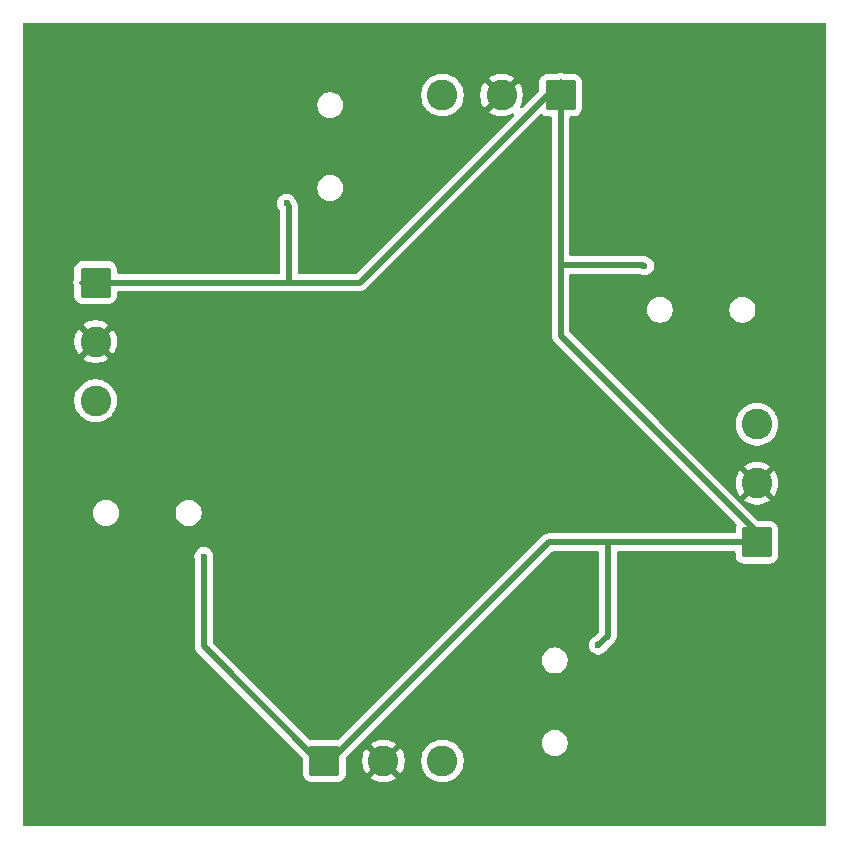
<source format=gbl>
G04 #@! TF.GenerationSoftware,KiCad,Pcbnew,9.0.3*
G04 #@! TF.CreationDate,2025-08-26T19:25:46-07:00*
G04 #@! TF.ProjectId,sdi12_breakout,73646931-325f-4627-9265-616b6f75742e,V1*
G04 #@! TF.SameCoordinates,Original*
G04 #@! TF.FileFunction,Copper,L2,Bot*
G04 #@! TF.FilePolarity,Positive*
%FSLAX45Y45*%
G04 Gerber Fmt 4.5, Leading zero omitted, Abs format (unit mm)*
G04 Created by KiCad (PCBNEW 9.0.3) date 2025-08-26 19:25:46*
%MOMM*%
%LPD*%
G01*
G04 APERTURE LIST*
G04 Aperture macros list*
%AMRoundRect*
0 Rectangle with rounded corners*
0 $1 Rounding radius*
0 $2 $3 $4 $5 $6 $7 $8 $9 X,Y pos of 4 corners*
0 Add a 4 corners polygon primitive as box body*
4,1,4,$2,$3,$4,$5,$6,$7,$8,$9,$2,$3,0*
0 Add four circle primitives for the rounded corners*
1,1,$1+$1,$2,$3*
1,1,$1+$1,$4,$5*
1,1,$1+$1,$6,$7*
1,1,$1+$1,$8,$9*
0 Add four rect primitives between the rounded corners*
20,1,$1+$1,$2,$3,$4,$5,0*
20,1,$1+$1,$4,$5,$6,$7,0*
20,1,$1+$1,$6,$7,$8,$9,0*
20,1,$1+$1,$8,$9,$2,$3,0*%
G04 Aperture macros list end*
G04 #@! TA.AperFunction,ComponentPad*
%ADD10RoundRect,0.250000X1.050000X-1.050000X1.050000X1.050000X-1.050000X1.050000X-1.050000X-1.050000X0*%
G04 #@! TD*
G04 #@! TA.AperFunction,ComponentPad*
%ADD11C,2.600000*%
G04 #@! TD*
G04 #@! TA.AperFunction,ComponentPad*
%ADD12RoundRect,0.250000X1.050000X1.050000X-1.050000X1.050000X-1.050000X-1.050000X1.050000X-1.050000X0*%
G04 #@! TD*
G04 #@! TA.AperFunction,ComponentPad*
%ADD13RoundRect,0.250000X-1.050000X-1.050000X1.050000X-1.050000X1.050000X1.050000X-1.050000X1.050000X0*%
G04 #@! TD*
G04 #@! TA.AperFunction,ComponentPad*
%ADD14RoundRect,0.250000X-1.050000X1.050000X-1.050000X-1.050000X1.050000X-1.050000X1.050000X1.050000X0*%
G04 #@! TD*
G04 #@! TA.AperFunction,ViaPad*
%ADD15C,0.600000*%
G04 #@! TD*
G04 #@! TA.AperFunction,Conductor*
%ADD16C,0.500000*%
G04 #@! TD*
G04 APERTURE END LIST*
D10*
X17091750Y-10750000D03*
D11*
X17091750Y-10250000D03*
X17091750Y-9750000D03*
D12*
X15430000Y-6963250D03*
D11*
X14930000Y-6963250D03*
X14430000Y-6963250D03*
D13*
X13430000Y-12600000D03*
D11*
X13930000Y-12600000D03*
X14430000Y-12600000D03*
D14*
X11493250Y-8550000D03*
D11*
X11493250Y-9050000D03*
X11493250Y-9550000D03*
D15*
X16140000Y-8410000D03*
X15750000Y-11620000D03*
X13110000Y-7880000D03*
X12410000Y-10870000D03*
D16*
X15330000Y-10750000D02*
X15830000Y-10750000D01*
X15830000Y-11540000D02*
X15750000Y-11620000D01*
X15830000Y-10750000D02*
X17180000Y-10750000D01*
X12410000Y-10870000D02*
X12410000Y-11630000D01*
X13730000Y-8550000D02*
X13130000Y-8550000D01*
X15430000Y-6850000D02*
X13730000Y-8550000D01*
X13430000Y-12650000D02*
X15330000Y-10750000D01*
X15430000Y-9000000D02*
X15430000Y-8400000D01*
X15430000Y-8400000D02*
X15430000Y-6850000D01*
X15430000Y-8400000D02*
X16130000Y-8400000D01*
X13130000Y-8550000D02*
X13130000Y-7900000D01*
X12410000Y-11630000D02*
X13430000Y-12650000D01*
X13130000Y-7900000D02*
X13110000Y-7880000D01*
X16130000Y-8400000D02*
X16140000Y-8410000D01*
X17180000Y-10750000D02*
X15430000Y-9000000D01*
X13130000Y-8550000D02*
X11380000Y-8550000D01*
X15830000Y-10750000D02*
X15830000Y-11540000D01*
G04 #@! TA.AperFunction,Conductor*
G36*
X17674254Y-6352018D02*
G01*
X17678829Y-6357299D01*
X17679950Y-6362450D01*
X17679950Y-13137550D01*
X17677982Y-13144254D01*
X17672701Y-13148829D01*
X17667550Y-13149950D01*
X10892450Y-13149950D01*
X10885746Y-13147981D01*
X10881171Y-13142701D01*
X10880050Y-13137550D01*
X10880050Y-10491339D01*
X11469950Y-10491339D01*
X11469950Y-10508661D01*
X11472660Y-10525770D01*
X11478013Y-10542245D01*
X11485877Y-10557679D01*
X11496059Y-10571693D01*
X11508307Y-10583941D01*
X11522321Y-10594123D01*
X11537755Y-10601987D01*
X11554230Y-10607340D01*
X11571339Y-10610050D01*
X11571339Y-10610050D01*
X11588661Y-10610050D01*
X11588661Y-10610050D01*
X11605770Y-10607340D01*
X11622244Y-10601987D01*
X11637679Y-10594123D01*
X11651693Y-10583941D01*
X11663941Y-10571693D01*
X11674123Y-10557679D01*
X11681987Y-10542245D01*
X11687340Y-10525770D01*
X11690050Y-10508661D01*
X11690050Y-10491339D01*
X12169950Y-10491339D01*
X12169950Y-10508661D01*
X12172660Y-10525770D01*
X12178013Y-10542245D01*
X12185877Y-10557679D01*
X12196059Y-10571693D01*
X12208307Y-10583941D01*
X12222321Y-10594123D01*
X12237755Y-10601987D01*
X12254230Y-10607340D01*
X12271339Y-10610050D01*
X12271339Y-10610050D01*
X12288661Y-10610050D01*
X12288661Y-10610050D01*
X12305770Y-10607340D01*
X12322244Y-10601987D01*
X12337679Y-10594123D01*
X12351693Y-10583941D01*
X12363941Y-10571693D01*
X12374123Y-10557679D01*
X12381987Y-10542245D01*
X12387340Y-10525770D01*
X12390050Y-10508661D01*
X12390050Y-10491339D01*
X12387340Y-10474230D01*
X12381987Y-10457756D01*
X12374123Y-10442321D01*
X12363941Y-10428307D01*
X12351693Y-10416059D01*
X12337679Y-10405877D01*
X12322244Y-10398013D01*
X12305770Y-10392660D01*
X12305770Y-10392660D01*
X12305770Y-10392660D01*
X12292627Y-10390578D01*
X12288661Y-10389950D01*
X12271339Y-10389950D01*
X12267373Y-10390578D01*
X12254230Y-10392660D01*
X12237755Y-10398013D01*
X12222321Y-10405877D01*
X12214326Y-10411686D01*
X12208307Y-10416059D01*
X12208307Y-10416059D01*
X12208307Y-10416059D01*
X12196059Y-10428307D01*
X12196059Y-10428307D01*
X12196059Y-10428307D01*
X12194829Y-10430000D01*
X12185877Y-10442321D01*
X12178013Y-10457755D01*
X12172660Y-10474230D01*
X12169950Y-10491339D01*
X11690050Y-10491339D01*
X11687340Y-10474230D01*
X11681987Y-10457756D01*
X11674123Y-10442321D01*
X11663941Y-10428307D01*
X11651693Y-10416059D01*
X11637679Y-10405877D01*
X11622244Y-10398013D01*
X11605770Y-10392660D01*
X11605770Y-10392660D01*
X11605770Y-10392660D01*
X11592627Y-10390578D01*
X11588661Y-10389950D01*
X11571339Y-10389950D01*
X11567373Y-10390578D01*
X11554230Y-10392660D01*
X11537755Y-10398013D01*
X11522321Y-10405877D01*
X11514326Y-10411686D01*
X11508307Y-10416059D01*
X11508307Y-10416059D01*
X11508307Y-10416059D01*
X11496059Y-10428307D01*
X11496059Y-10428307D01*
X11496059Y-10428307D01*
X11494829Y-10430000D01*
X11485877Y-10442321D01*
X11478013Y-10457755D01*
X11472660Y-10474230D01*
X11469950Y-10491339D01*
X10880050Y-10491339D01*
X10880050Y-9538199D01*
X11313200Y-9538199D01*
X11313200Y-9561801D01*
X11316281Y-9585201D01*
X11320239Y-9599973D01*
X11322389Y-9607999D01*
X11331421Y-9629805D01*
X11331422Y-9629806D01*
X11338518Y-9642096D01*
X11343223Y-9650245D01*
X11343223Y-9650245D01*
X11343223Y-9650245D01*
X11357591Y-9668970D01*
X11357591Y-9668970D01*
X11374279Y-9685659D01*
X11374280Y-9685659D01*
X11393005Y-9700027D01*
X11406142Y-9707612D01*
X11413444Y-9711828D01*
X11413445Y-9711828D01*
X11413445Y-9711828D01*
X11435251Y-9720861D01*
X11458049Y-9726969D01*
X11481449Y-9730050D01*
X11481450Y-9730050D01*
X11505050Y-9730050D01*
X11505051Y-9730050D01*
X11528451Y-9726969D01*
X11551249Y-9720861D01*
X11573055Y-9711828D01*
X11593495Y-9700027D01*
X11612220Y-9685659D01*
X11628909Y-9668970D01*
X11643277Y-9650245D01*
X11655078Y-9629805D01*
X11664111Y-9607999D01*
X11670219Y-9585201D01*
X11673300Y-9561801D01*
X11673300Y-9538199D01*
X11670219Y-9514799D01*
X11664111Y-9492001D01*
X11655078Y-9470195D01*
X11655078Y-9470195D01*
X11655078Y-9470194D01*
X11650862Y-9462892D01*
X11643277Y-9449755D01*
X11628909Y-9431030D01*
X11628909Y-9431030D01*
X11612220Y-9414341D01*
X11612220Y-9414341D01*
X11593495Y-9399973D01*
X11593495Y-9399973D01*
X11593495Y-9399973D01*
X11585346Y-9395268D01*
X11573056Y-9388172D01*
X11573054Y-9388171D01*
X11551249Y-9379139D01*
X11528451Y-9373031D01*
X11505052Y-9369950D01*
X11505052Y-9369950D01*
X11505051Y-9369950D01*
X11481449Y-9369950D01*
X11481448Y-9369950D01*
X11481448Y-9369950D01*
X11458049Y-9373031D01*
X11435251Y-9379139D01*
X11413445Y-9388171D01*
X11413444Y-9388172D01*
X11393004Y-9399973D01*
X11374280Y-9414341D01*
X11374279Y-9414341D01*
X11357591Y-9431030D01*
X11357591Y-9431030D01*
X11343223Y-9449755D01*
X11331422Y-9470194D01*
X11331421Y-9470195D01*
X11322389Y-9492001D01*
X11316281Y-9514799D01*
X11313200Y-9538198D01*
X11313200Y-9538199D01*
X10880050Y-9538199D01*
X10880050Y-9038201D01*
X11313250Y-9038201D01*
X11313250Y-9061799D01*
X11316330Y-9085191D01*
X11322437Y-9107984D01*
X11331466Y-9129782D01*
X11331466Y-9129783D01*
X11343264Y-9150217D01*
X11343264Y-9150217D01*
X11349522Y-9158372D01*
X11433146Y-9074749D01*
X11435648Y-9080789D01*
X11442761Y-9091435D01*
X11451815Y-9100489D01*
X11462461Y-9107602D01*
X11468501Y-9110104D01*
X11384877Y-9193728D01*
X11393033Y-9199985D01*
X11393033Y-9199986D01*
X11413467Y-9211783D01*
X11413468Y-9211784D01*
X11435266Y-9220813D01*
X11435266Y-9220813D01*
X11458058Y-9226920D01*
X11481451Y-9230000D01*
X11481453Y-9230000D01*
X11505047Y-9230000D01*
X11505048Y-9230000D01*
X11528441Y-9226920D01*
X11551234Y-9220813D01*
X11573032Y-9211784D01*
X11573033Y-9211783D01*
X11593468Y-9199985D01*
X11601622Y-9193728D01*
X11601622Y-9193728D01*
X11517999Y-9110104D01*
X11524039Y-9107602D01*
X11534685Y-9100489D01*
X11543739Y-9091435D01*
X11550852Y-9080789D01*
X11553354Y-9074749D01*
X11636978Y-9158372D01*
X11636978Y-9158372D01*
X11643235Y-9150218D01*
X11655033Y-9129783D01*
X11655034Y-9129782D01*
X11664063Y-9107984D01*
X11670170Y-9085191D01*
X11673250Y-9061799D01*
X11673250Y-9061797D01*
X11673250Y-9038203D01*
X11673250Y-9038201D01*
X11670170Y-9014809D01*
X11664063Y-8992016D01*
X11655034Y-8970218D01*
X11655033Y-8970217D01*
X11643235Y-8949783D01*
X11643235Y-8949783D01*
X11636978Y-8941628D01*
X11553354Y-9025251D01*
X11550852Y-9019211D01*
X11543739Y-9008565D01*
X11534685Y-8999511D01*
X11524039Y-8992398D01*
X11517999Y-8989896D01*
X11601622Y-8906272D01*
X11593467Y-8900015D01*
X11593467Y-8900014D01*
X11573033Y-8888217D01*
X11573032Y-8888216D01*
X11551234Y-8879187D01*
X11551234Y-8879187D01*
X11528441Y-8873080D01*
X11505048Y-8870000D01*
X11481451Y-8870000D01*
X11458058Y-8873080D01*
X11435266Y-8879187D01*
X11413468Y-8888216D01*
X11413467Y-8888217D01*
X11393033Y-8900014D01*
X11393032Y-8900015D01*
X11384877Y-8906272D01*
X11384877Y-8906272D01*
X11468501Y-8989896D01*
X11462461Y-8992398D01*
X11451815Y-8999511D01*
X11442761Y-9008565D01*
X11435648Y-9019211D01*
X11433146Y-9025251D01*
X11349522Y-8941628D01*
X11349522Y-8941628D01*
X11343265Y-8949782D01*
X11343264Y-8949783D01*
X11331466Y-8970217D01*
X11331466Y-8970218D01*
X11322437Y-8992016D01*
X11316330Y-9014809D01*
X11313250Y-9038201D01*
X10880050Y-9038201D01*
X10880050Y-8557392D01*
X11304950Y-8557392D01*
X11307834Y-8571891D01*
X11307834Y-8571891D01*
X11312256Y-8582567D01*
X11313200Y-8587312D01*
X11313200Y-8660000D01*
X11313200Y-8660002D01*
X11314250Y-8670280D01*
X11314250Y-8670280D01*
X11316813Y-8678013D01*
X11319769Y-8686933D01*
X11328979Y-8701866D01*
X11341384Y-8714271D01*
X11356317Y-8723481D01*
X11372970Y-8729000D01*
X11383249Y-8730050D01*
X11603251Y-8730050D01*
X11613530Y-8729000D01*
X11630183Y-8723481D01*
X11645116Y-8714271D01*
X11657521Y-8701866D01*
X11666731Y-8686933D01*
X11672250Y-8670280D01*
X11673300Y-8660001D01*
X11673300Y-8637450D01*
X11675268Y-8630746D01*
X11680549Y-8626171D01*
X11685700Y-8625050D01*
X13737392Y-8625050D01*
X13747146Y-8623110D01*
X13751891Y-8622166D01*
X13765549Y-8616508D01*
X13770473Y-8613219D01*
X13777842Y-8608295D01*
X15259607Y-7126530D01*
X15265739Y-7123181D01*
X15272708Y-7123680D01*
X15277143Y-7126530D01*
X15278134Y-7127521D01*
X15293067Y-7136731D01*
X15309720Y-7142250D01*
X15319999Y-7143300D01*
X15342550Y-7143300D01*
X15349254Y-7145268D01*
X15353829Y-7150549D01*
X15354950Y-7155700D01*
X15354950Y-8392608D01*
X15354950Y-9007392D01*
X15354950Y-9007392D01*
X15354950Y-9007392D01*
X15357834Y-9021891D01*
X15357834Y-9021892D01*
X15363491Y-9035549D01*
X15363491Y-9035549D01*
X15363492Y-9035550D01*
X15365263Y-9038201D01*
X15366781Y-9040473D01*
X15366781Y-9040473D01*
X15371705Y-9047841D01*
X15371705Y-9047842D01*
X16918455Y-10594592D01*
X16921803Y-10600724D01*
X16921305Y-10607693D01*
X16920241Y-10609869D01*
X16918269Y-10613066D01*
X16918269Y-10613066D01*
X16918269Y-10613067D01*
X16912750Y-10629720D01*
X16912750Y-10629720D01*
X16912750Y-10629720D01*
X16911700Y-10639998D01*
X16911700Y-10662550D01*
X16909732Y-10669254D01*
X16904451Y-10673829D01*
X16899300Y-10674950D01*
X15322608Y-10674950D01*
X15319724Y-10675523D01*
X15319724Y-10675524D01*
X15308109Y-10677834D01*
X15308108Y-10677834D01*
X15300108Y-10681148D01*
X15300108Y-10681148D01*
X15294450Y-10683492D01*
X15286237Y-10688980D01*
X15282158Y-10691705D01*
X15282158Y-10691705D01*
X13556790Y-12417073D01*
X13550658Y-12420421D01*
X13546762Y-12420641D01*
X13540001Y-12419950D01*
X13320000Y-12419950D01*
X13319998Y-12419950D01*
X13313238Y-12420641D01*
X13306369Y-12419364D01*
X13303210Y-12417073D01*
X12488682Y-11602545D01*
X12485333Y-11596413D01*
X12485050Y-11593777D01*
X12485050Y-10900460D01*
X12485994Y-10895715D01*
X12486974Y-10893350D01*
X12490050Y-10877884D01*
X12490050Y-10862116D01*
X12490050Y-10862116D01*
X12490050Y-10862115D01*
X12486974Y-10846651D01*
X12486974Y-10846650D01*
X12486973Y-10846650D01*
X12480940Y-10832083D01*
X12480939Y-10832081D01*
X12472179Y-10818971D01*
X12472179Y-10818971D01*
X12461029Y-10807821D01*
X12461029Y-10807821D01*
X12447918Y-10799061D01*
X12447917Y-10799060D01*
X12433350Y-10793026D01*
X12433349Y-10793026D01*
X12417884Y-10789950D01*
X12417884Y-10789950D01*
X12402116Y-10789950D01*
X12402115Y-10789950D01*
X12386651Y-10793026D01*
X12386650Y-10793026D01*
X12372083Y-10799060D01*
X12372081Y-10799061D01*
X12358971Y-10807821D01*
X12358971Y-10807821D01*
X12347821Y-10818971D01*
X12347821Y-10818971D01*
X12339061Y-10832081D01*
X12339060Y-10832083D01*
X12333026Y-10846650D01*
X12333026Y-10846651D01*
X12329950Y-10862115D01*
X12329950Y-10877885D01*
X12333026Y-10893349D01*
X12333026Y-10893350D01*
X12334006Y-10895715D01*
X12334950Y-10900460D01*
X12334950Y-11637392D01*
X12334950Y-11637392D01*
X12334950Y-11637392D01*
X12337834Y-11651891D01*
X12337834Y-11651892D01*
X12343491Y-11665549D01*
X12346781Y-11670473D01*
X12346781Y-11670473D01*
X12351705Y-11677841D01*
X12351705Y-11677842D01*
X13246318Y-12572455D01*
X13249667Y-12578587D01*
X13249950Y-12581223D01*
X13249950Y-12710000D01*
X13249950Y-12710002D01*
X13251000Y-12720280D01*
X13251000Y-12720280D01*
X13255888Y-12735032D01*
X13256519Y-12736933D01*
X13265729Y-12751866D01*
X13278134Y-12764271D01*
X13293067Y-12773481D01*
X13309720Y-12779000D01*
X13319999Y-12780050D01*
X13540001Y-12780050D01*
X13550280Y-12779000D01*
X13566933Y-12773481D01*
X13581866Y-12764271D01*
X13594271Y-12751866D01*
X13603481Y-12736933D01*
X13609000Y-12720280D01*
X13610050Y-12710001D01*
X13610050Y-12588201D01*
X13750000Y-12588201D01*
X13750000Y-12611798D01*
X13753080Y-12635191D01*
X13759187Y-12657984D01*
X13768216Y-12679782D01*
X13768216Y-12679783D01*
X13780014Y-12700217D01*
X13780014Y-12700217D01*
X13786272Y-12708372D01*
X13869896Y-12624749D01*
X13872398Y-12630789D01*
X13879511Y-12641435D01*
X13888565Y-12650489D01*
X13899211Y-12657602D01*
X13905251Y-12660104D01*
X13821627Y-12743728D01*
X13829783Y-12749985D01*
X13829783Y-12749985D01*
X13850217Y-12761783D01*
X13850218Y-12761784D01*
X13872016Y-12770813D01*
X13872016Y-12770813D01*
X13894808Y-12776920D01*
X13918201Y-12780000D01*
X13918203Y-12780000D01*
X13941797Y-12780000D01*
X13941798Y-12780000D01*
X13965191Y-12776920D01*
X13987984Y-12770813D01*
X14009782Y-12761784D01*
X14009783Y-12761783D01*
X14030218Y-12749985D01*
X14038372Y-12743728D01*
X14038372Y-12743728D01*
X13954749Y-12660104D01*
X13960789Y-12657602D01*
X13971435Y-12650489D01*
X13980489Y-12641435D01*
X13987602Y-12630789D01*
X13990104Y-12624749D01*
X14073728Y-12708372D01*
X14073728Y-12708372D01*
X14079985Y-12700218D01*
X14091783Y-12679783D01*
X14091784Y-12679782D01*
X14100813Y-12657984D01*
X14106920Y-12635191D01*
X14110000Y-12611798D01*
X14110000Y-12611797D01*
X14110000Y-12588202D01*
X14110000Y-12588199D01*
X14249950Y-12588199D01*
X14249950Y-12611800D01*
X14249950Y-12611802D01*
X14253031Y-12635201D01*
X14259139Y-12657999D01*
X14268171Y-12679804D01*
X14268172Y-12679806D01*
X14275268Y-12692096D01*
X14279973Y-12700245D01*
X14279973Y-12700245D01*
X14279973Y-12700245D01*
X14294341Y-12718970D01*
X14294341Y-12718970D01*
X14311029Y-12735659D01*
X14311030Y-12735659D01*
X14322031Y-12744100D01*
X14329755Y-12750027D01*
X14342892Y-12757612D01*
X14350194Y-12761828D01*
X14350195Y-12761828D01*
X14350195Y-12761828D01*
X14372001Y-12770861D01*
X14394799Y-12776969D01*
X14418199Y-12780050D01*
X14418200Y-12780050D01*
X14441800Y-12780050D01*
X14441801Y-12780050D01*
X14465201Y-12776969D01*
X14487999Y-12770861D01*
X14509805Y-12761828D01*
X14530245Y-12750027D01*
X14548970Y-12735659D01*
X14565659Y-12718970D01*
X14580027Y-12700245D01*
X14591828Y-12679805D01*
X14600861Y-12657999D01*
X14606969Y-12635201D01*
X14610050Y-12611801D01*
X14610050Y-12588199D01*
X14606969Y-12564799D01*
X14600861Y-12542001D01*
X14591828Y-12520195D01*
X14591828Y-12520195D01*
X14591828Y-12520194D01*
X14584602Y-12507679D01*
X14580027Y-12499755D01*
X14565659Y-12481030D01*
X14565659Y-12481029D01*
X14548970Y-12464341D01*
X14548970Y-12464341D01*
X14531179Y-12450689D01*
X14531179Y-12450689D01*
X14530245Y-12449973D01*
X14515291Y-12441339D01*
X15269950Y-12441339D01*
X15269950Y-12458661D01*
X15272660Y-12475770D01*
X15278013Y-12492244D01*
X15285877Y-12507679D01*
X15296059Y-12521693D01*
X15308307Y-12533941D01*
X15322321Y-12544123D01*
X15337755Y-12551987D01*
X15354230Y-12557340D01*
X15371339Y-12560050D01*
X15371339Y-12560050D01*
X15388661Y-12560050D01*
X15388661Y-12560050D01*
X15405770Y-12557340D01*
X15422244Y-12551987D01*
X15437679Y-12544123D01*
X15451693Y-12533941D01*
X15463941Y-12521693D01*
X15474123Y-12507679D01*
X15481987Y-12492244D01*
X15487340Y-12475770D01*
X15490050Y-12458661D01*
X15490050Y-12441339D01*
X15487340Y-12424230D01*
X15481987Y-12407755D01*
X15474123Y-12392321D01*
X15463941Y-12378307D01*
X15451693Y-12366059D01*
X15437679Y-12355877D01*
X15422244Y-12348013D01*
X15405770Y-12342660D01*
X15405770Y-12342660D01*
X15405770Y-12342660D01*
X15392627Y-12340578D01*
X15388661Y-12339950D01*
X15371339Y-12339950D01*
X15367373Y-12340578D01*
X15354230Y-12342660D01*
X15337755Y-12348013D01*
X15322321Y-12355877D01*
X15314326Y-12361686D01*
X15308307Y-12366059D01*
X15308307Y-12366059D01*
X15308307Y-12366059D01*
X15296059Y-12378307D01*
X15296059Y-12378307D01*
X15296059Y-12378307D01*
X15291686Y-12384326D01*
X15285877Y-12392321D01*
X15278013Y-12407755D01*
X15272660Y-12424230D01*
X15270452Y-12438172D01*
X15269950Y-12441339D01*
X14515291Y-12441339D01*
X14509806Y-12438172D01*
X14509804Y-12438171D01*
X14487999Y-12429139D01*
X14469678Y-12424230D01*
X14465201Y-12423031D01*
X14465201Y-12423031D01*
X14465201Y-12423031D01*
X14441802Y-12419950D01*
X14441802Y-12419950D01*
X14441801Y-12419950D01*
X14418199Y-12419950D01*
X14418198Y-12419950D01*
X14418198Y-12419950D01*
X14394799Y-12423031D01*
X14372001Y-12429139D01*
X14350195Y-12438171D01*
X14350194Y-12438172D01*
X14329754Y-12449973D01*
X14311030Y-12464341D01*
X14311029Y-12464341D01*
X14294341Y-12481029D01*
X14294341Y-12481030D01*
X14279973Y-12499754D01*
X14279973Y-12499755D01*
X14279973Y-12499755D01*
X14279201Y-12501091D01*
X14268172Y-12520194D01*
X14268171Y-12520195D01*
X14259139Y-12542001D01*
X14253031Y-12564799D01*
X14249950Y-12588198D01*
X14249950Y-12588199D01*
X14110000Y-12588199D01*
X14106920Y-12564808D01*
X14100813Y-12542016D01*
X14091784Y-12520218D01*
X14091783Y-12520217D01*
X14079985Y-12499783D01*
X14079985Y-12499783D01*
X14073728Y-12491627D01*
X13990104Y-12575251D01*
X13987602Y-12569211D01*
X13980489Y-12558565D01*
X13971435Y-12549511D01*
X13960789Y-12542398D01*
X13954749Y-12539896D01*
X14038372Y-12456272D01*
X14030217Y-12450014D01*
X14030217Y-12450014D01*
X14009783Y-12438216D01*
X14009782Y-12438216D01*
X13987984Y-12429187D01*
X13987984Y-12429187D01*
X13965191Y-12423080D01*
X13941798Y-12420000D01*
X13918201Y-12420000D01*
X13894808Y-12423080D01*
X13872016Y-12429187D01*
X13850218Y-12438216D01*
X13850217Y-12438216D01*
X13829783Y-12450014D01*
X13829782Y-12450015D01*
X13821627Y-12456272D01*
X13821627Y-12456272D01*
X13905251Y-12539896D01*
X13899211Y-12542398D01*
X13888565Y-12549511D01*
X13879511Y-12558565D01*
X13872398Y-12569211D01*
X13869896Y-12575251D01*
X13786272Y-12491627D01*
X13786272Y-12491627D01*
X13780015Y-12499782D01*
X13780014Y-12499783D01*
X13768216Y-12520217D01*
X13768216Y-12520218D01*
X13759187Y-12542016D01*
X13753080Y-12564808D01*
X13750000Y-12588201D01*
X13610050Y-12588201D01*
X13610050Y-12581223D01*
X13612018Y-12574519D01*
X13613681Y-12572455D01*
X14444798Y-11741339D01*
X15269950Y-11741339D01*
X15269950Y-11758661D01*
X15272660Y-11775770D01*
X15278013Y-11792244D01*
X15285877Y-11807679D01*
X15296059Y-11821693D01*
X15308307Y-11833941D01*
X15322321Y-11844123D01*
X15337755Y-11851987D01*
X15354230Y-11857340D01*
X15371339Y-11860050D01*
X15371339Y-11860050D01*
X15388661Y-11860050D01*
X15388661Y-11860050D01*
X15405770Y-11857340D01*
X15422244Y-11851987D01*
X15437679Y-11844123D01*
X15451693Y-11833941D01*
X15463941Y-11821693D01*
X15474123Y-11807679D01*
X15481987Y-11792244D01*
X15487340Y-11775770D01*
X15490050Y-11758661D01*
X15490050Y-11741339D01*
X15487340Y-11724230D01*
X15481987Y-11707755D01*
X15474123Y-11692321D01*
X15463941Y-11678307D01*
X15451693Y-11666059D01*
X15437679Y-11655877D01*
X15422244Y-11648013D01*
X15405770Y-11642660D01*
X15405770Y-11642660D01*
X15405770Y-11642660D01*
X15392627Y-11640578D01*
X15388661Y-11639950D01*
X15371339Y-11639950D01*
X15367373Y-11640578D01*
X15354230Y-11642660D01*
X15337755Y-11648013D01*
X15322321Y-11655877D01*
X15314326Y-11661686D01*
X15308307Y-11666059D01*
X15308307Y-11666059D01*
X15308307Y-11666059D01*
X15296059Y-11678307D01*
X15296059Y-11678307D01*
X15296059Y-11678307D01*
X15291686Y-11684326D01*
X15285877Y-11692321D01*
X15278013Y-11707755D01*
X15272660Y-11724230D01*
X15271416Y-11732084D01*
X15269950Y-11741339D01*
X14444798Y-11741339D01*
X15357455Y-10828682D01*
X15363587Y-10825333D01*
X15366223Y-10825050D01*
X15742550Y-10825050D01*
X15749254Y-10827019D01*
X15753829Y-10832299D01*
X15754950Y-10837450D01*
X15754950Y-11503777D01*
X15752981Y-11510481D01*
X15751318Y-11512545D01*
X15718470Y-11545393D01*
X15714448Y-11548080D01*
X15712082Y-11549061D01*
X15712082Y-11549061D01*
X15698971Y-11557821D01*
X15698971Y-11557821D01*
X15687821Y-11568971D01*
X15687821Y-11568971D01*
X15679061Y-11582081D01*
X15679060Y-11582083D01*
X15673026Y-11596650D01*
X15673026Y-11596651D01*
X15669950Y-11612115D01*
X15669950Y-11627885D01*
X15673026Y-11643349D01*
X15673026Y-11643350D01*
X15679060Y-11657917D01*
X15679061Y-11657918D01*
X15687821Y-11671029D01*
X15687821Y-11671029D01*
X15698971Y-11682179D01*
X15698971Y-11682179D01*
X15712081Y-11690939D01*
X15712083Y-11690940D01*
X15726650Y-11696973D01*
X15726650Y-11696974D01*
X15742115Y-11700050D01*
X15742116Y-11700050D01*
X15742116Y-11700050D01*
X15757884Y-11700050D01*
X15757884Y-11700050D01*
X15773350Y-11696974D01*
X15787918Y-11690939D01*
X15801029Y-11682179D01*
X15812179Y-11671029D01*
X15820939Y-11657918D01*
X15821919Y-11655552D01*
X15824607Y-11651530D01*
X15888295Y-11587842D01*
X15894515Y-11578533D01*
X15896508Y-11575549D01*
X15902166Y-11561891D01*
X15903110Y-11557146D01*
X15905050Y-11547392D01*
X15905050Y-10837450D01*
X15907018Y-10830746D01*
X15912299Y-10826171D01*
X15917450Y-10825050D01*
X16899300Y-10825050D01*
X16906004Y-10827019D01*
X16910580Y-10832299D01*
X16911700Y-10837450D01*
X16911700Y-10860002D01*
X16912750Y-10870280D01*
X16912750Y-10870280D01*
X16915270Y-10877885D01*
X16918269Y-10886933D01*
X16927479Y-10901866D01*
X16939884Y-10914271D01*
X16954817Y-10923481D01*
X16971470Y-10929000D01*
X16981749Y-10930050D01*
X17201751Y-10930050D01*
X17212030Y-10929000D01*
X17228683Y-10923481D01*
X17243616Y-10914271D01*
X17256021Y-10901866D01*
X17265231Y-10886933D01*
X17270750Y-10870280D01*
X17271800Y-10860001D01*
X17271800Y-10639999D01*
X17270750Y-10629720D01*
X17265231Y-10613067D01*
X17256021Y-10598134D01*
X17243616Y-10585729D01*
X17228683Y-10576519D01*
X17212030Y-10571000D01*
X17212030Y-10571000D01*
X17201752Y-10569950D01*
X17201751Y-10569950D01*
X17111223Y-10569950D01*
X17104519Y-10567982D01*
X17102455Y-10566318D01*
X16774338Y-10238201D01*
X16911750Y-10238201D01*
X16911750Y-10261799D01*
X16914830Y-10285191D01*
X16920937Y-10307984D01*
X16929966Y-10329782D01*
X16929967Y-10329783D01*
X16941764Y-10350217D01*
X16941765Y-10350217D01*
X16948022Y-10358372D01*
X17031646Y-10274749D01*
X17034148Y-10280789D01*
X17041261Y-10291435D01*
X17050315Y-10300489D01*
X17060961Y-10307602D01*
X17067001Y-10310104D01*
X16983378Y-10393728D01*
X16991533Y-10399985D01*
X16991533Y-10399986D01*
X17011967Y-10411783D01*
X17011968Y-10411784D01*
X17033766Y-10420813D01*
X17033766Y-10420813D01*
X17056559Y-10426920D01*
X17079951Y-10430000D01*
X17079953Y-10430000D01*
X17103547Y-10430000D01*
X17103549Y-10430000D01*
X17126941Y-10426920D01*
X17149734Y-10420813D01*
X17171532Y-10411784D01*
X17171533Y-10411783D01*
X17191968Y-10399985D01*
X17200122Y-10393728D01*
X17200122Y-10393728D01*
X17116499Y-10310104D01*
X17122539Y-10307602D01*
X17133185Y-10300489D01*
X17142239Y-10291435D01*
X17149352Y-10280789D01*
X17151854Y-10274749D01*
X17235478Y-10358372D01*
X17235478Y-10358372D01*
X17241735Y-10350218D01*
X17253533Y-10329783D01*
X17253534Y-10329782D01*
X17262563Y-10307984D01*
X17268670Y-10285191D01*
X17271750Y-10261799D01*
X17271750Y-10261797D01*
X17271750Y-10238203D01*
X17271750Y-10238201D01*
X17268670Y-10214809D01*
X17262563Y-10192016D01*
X17253534Y-10170218D01*
X17253533Y-10170217D01*
X17241736Y-10149783D01*
X17241735Y-10149783D01*
X17235478Y-10141628D01*
X17151854Y-10225251D01*
X17149352Y-10219211D01*
X17142239Y-10208565D01*
X17133185Y-10199511D01*
X17122539Y-10192398D01*
X17116499Y-10189896D01*
X17200122Y-10106272D01*
X17191967Y-10100015D01*
X17191967Y-10100014D01*
X17171533Y-10088217D01*
X17171532Y-10088216D01*
X17149734Y-10079187D01*
X17149734Y-10079187D01*
X17126941Y-10073080D01*
X17103549Y-10070000D01*
X17079951Y-10070000D01*
X17056559Y-10073080D01*
X17033766Y-10079187D01*
X17011968Y-10088216D01*
X17011967Y-10088217D01*
X16991533Y-10100014D01*
X16991532Y-10100015D01*
X16983378Y-10106272D01*
X16983378Y-10106272D01*
X17067001Y-10189896D01*
X17060961Y-10192398D01*
X17050315Y-10199511D01*
X17041261Y-10208565D01*
X17034148Y-10219211D01*
X17031646Y-10225251D01*
X16948022Y-10141628D01*
X16948022Y-10141628D01*
X16941765Y-10149782D01*
X16941764Y-10149783D01*
X16929967Y-10170217D01*
X16929966Y-10170218D01*
X16920937Y-10192016D01*
X16914830Y-10214809D01*
X16911750Y-10238201D01*
X16774338Y-10238201D01*
X16655972Y-10119836D01*
X16282698Y-9746561D01*
X16274336Y-9738200D01*
X16911700Y-9738200D01*
X16911700Y-9761800D01*
X16911700Y-9761802D01*
X16914781Y-9785201D01*
X16920889Y-9807999D01*
X16929921Y-9829805D01*
X16929922Y-9829806D01*
X16937018Y-9842096D01*
X16941723Y-9850245D01*
X16941723Y-9850245D01*
X16941723Y-9850245D01*
X16956091Y-9868970D01*
X16956091Y-9868970D01*
X16972780Y-9885659D01*
X16972780Y-9885659D01*
X16991505Y-9900027D01*
X17004642Y-9907612D01*
X17011944Y-9911828D01*
X17011945Y-9911828D01*
X17011945Y-9911828D01*
X17033751Y-9920861D01*
X17056549Y-9926969D01*
X17079949Y-9930050D01*
X17079950Y-9930050D01*
X17103550Y-9930050D01*
X17103551Y-9930050D01*
X17126951Y-9926969D01*
X17149749Y-9920861D01*
X17171555Y-9911828D01*
X17191995Y-9900027D01*
X17210720Y-9885659D01*
X17227409Y-9868970D01*
X17241777Y-9850245D01*
X17253578Y-9829805D01*
X17262611Y-9807999D01*
X17268719Y-9785201D01*
X17271800Y-9761801D01*
X17271800Y-9738199D01*
X17268719Y-9714799D01*
X17262611Y-9692001D01*
X17253578Y-9670195D01*
X17253578Y-9670195D01*
X17253578Y-9670194D01*
X17249362Y-9662892D01*
X17241777Y-9649755D01*
X17227409Y-9631030D01*
X17227409Y-9631030D01*
X17210720Y-9614341D01*
X17210720Y-9614341D01*
X17191995Y-9599973D01*
X17191995Y-9599973D01*
X17191995Y-9599973D01*
X17183846Y-9595268D01*
X17171556Y-9588172D01*
X17171555Y-9588171D01*
X17149749Y-9579139D01*
X17126951Y-9573031D01*
X17103552Y-9569950D01*
X17103552Y-9569950D01*
X17103551Y-9569950D01*
X17079949Y-9569950D01*
X17079948Y-9569950D01*
X17079948Y-9569950D01*
X17056549Y-9573031D01*
X17033751Y-9579139D01*
X17011945Y-9588171D01*
X17011944Y-9588172D01*
X16991505Y-9599973D01*
X16972780Y-9614341D01*
X16972780Y-9614341D01*
X16956091Y-9631030D01*
X16956091Y-9631030D01*
X16941723Y-9649755D01*
X16929922Y-9670194D01*
X16929921Y-9670195D01*
X16920889Y-9692001D01*
X16914781Y-9714799D01*
X16911700Y-9738198D01*
X16911700Y-9738200D01*
X16274336Y-9738200D01*
X15508682Y-8972545D01*
X15505333Y-8966413D01*
X15505050Y-8963777D01*
X15505050Y-8771339D01*
X16159950Y-8771339D01*
X16159950Y-8788661D01*
X16162660Y-8805770D01*
X16168013Y-8822245D01*
X16175877Y-8837679D01*
X16186059Y-8851693D01*
X16198307Y-8863941D01*
X16212321Y-8874123D01*
X16227755Y-8881987D01*
X16244230Y-8887340D01*
X16261339Y-8890050D01*
X16261339Y-8890050D01*
X16278661Y-8890050D01*
X16278661Y-8890050D01*
X16295770Y-8887340D01*
X16312244Y-8881987D01*
X16327679Y-8874123D01*
X16341693Y-8863941D01*
X16353941Y-8851693D01*
X16364123Y-8837679D01*
X16371987Y-8822245D01*
X16377340Y-8805770D01*
X16380050Y-8788661D01*
X16380050Y-8771339D01*
X16859950Y-8771339D01*
X16859950Y-8788661D01*
X16862660Y-8805770D01*
X16868013Y-8822245D01*
X16875877Y-8837679D01*
X16886059Y-8851693D01*
X16898307Y-8863941D01*
X16912321Y-8874123D01*
X16927756Y-8881987D01*
X16944230Y-8887340D01*
X16961339Y-8890050D01*
X16961339Y-8890050D01*
X16978661Y-8890050D01*
X16978661Y-8890050D01*
X16995770Y-8887340D01*
X17012245Y-8881987D01*
X17027679Y-8874123D01*
X17041693Y-8863941D01*
X17053941Y-8851693D01*
X17064123Y-8837679D01*
X17071987Y-8822245D01*
X17077340Y-8805770D01*
X17080050Y-8788661D01*
X17080050Y-8771339D01*
X17077340Y-8754230D01*
X17071987Y-8737756D01*
X17064123Y-8722321D01*
X17053941Y-8708307D01*
X17041693Y-8696059D01*
X17027679Y-8685877D01*
X17012245Y-8678013D01*
X16995770Y-8672660D01*
X16995770Y-8672660D01*
X16995770Y-8672660D01*
X16980742Y-8670280D01*
X16978661Y-8669950D01*
X16961339Y-8669950D01*
X16959258Y-8670280D01*
X16944230Y-8672660D01*
X16927755Y-8678013D01*
X16912321Y-8685877D01*
X16910867Y-8686934D01*
X16898307Y-8696059D01*
X16898307Y-8696059D01*
X16898307Y-8696059D01*
X16886059Y-8708307D01*
X16886059Y-8708307D01*
X16886059Y-8708307D01*
X16881726Y-8714271D01*
X16875877Y-8722321D01*
X16868013Y-8737755D01*
X16862660Y-8754230D01*
X16859950Y-8771339D01*
X16380050Y-8771339D01*
X16377340Y-8754230D01*
X16371987Y-8737756D01*
X16364123Y-8722321D01*
X16353941Y-8708307D01*
X16341693Y-8696059D01*
X16327679Y-8685877D01*
X16312244Y-8678013D01*
X16295770Y-8672660D01*
X16295770Y-8672660D01*
X16295770Y-8672660D01*
X16280742Y-8670280D01*
X16278661Y-8669950D01*
X16261339Y-8669950D01*
X16259258Y-8670280D01*
X16244230Y-8672660D01*
X16227755Y-8678013D01*
X16212321Y-8685877D01*
X16210867Y-8686934D01*
X16198307Y-8696059D01*
X16198307Y-8696059D01*
X16198307Y-8696059D01*
X16186059Y-8708307D01*
X16186059Y-8708307D01*
X16186059Y-8708307D01*
X16181726Y-8714271D01*
X16175877Y-8722321D01*
X16168013Y-8737755D01*
X16162660Y-8754230D01*
X16159950Y-8771339D01*
X15505050Y-8771339D01*
X15505050Y-8487450D01*
X15507018Y-8480746D01*
X15512299Y-8476171D01*
X15517450Y-8475050D01*
X16089506Y-8475050D01*
X16096210Y-8477019D01*
X16096391Y-8477137D01*
X16102082Y-8480939D01*
X16102082Y-8480940D01*
X16102083Y-8480940D01*
X16116650Y-8486974D01*
X16116650Y-8486974D01*
X16132115Y-8490050D01*
X16132116Y-8490050D01*
X16132116Y-8490050D01*
X16147884Y-8490050D01*
X16147884Y-8490050D01*
X16163350Y-8486974D01*
X16177918Y-8480939D01*
X16191029Y-8472179D01*
X16202179Y-8461029D01*
X16210939Y-8447918D01*
X16216974Y-8433350D01*
X16220050Y-8417884D01*
X16220050Y-8402116D01*
X16220050Y-8402116D01*
X16220050Y-8402115D01*
X16216974Y-8386651D01*
X16216974Y-8386650D01*
X16216973Y-8386650D01*
X16210940Y-8372083D01*
X16210939Y-8372081D01*
X16202179Y-8358971D01*
X16202179Y-8358971D01*
X16191029Y-8347821D01*
X16191029Y-8347821D01*
X16177918Y-8339061D01*
X16177917Y-8339060D01*
X16168433Y-8335132D01*
X16166290Y-8333986D01*
X16165550Y-8333492D01*
X16165549Y-8333491D01*
X16151891Y-8327834D01*
X16151891Y-8327834D01*
X16137392Y-8324950D01*
X16137392Y-8324950D01*
X15517450Y-8324950D01*
X15510746Y-8322981D01*
X15506171Y-8317701D01*
X15505050Y-8312550D01*
X15505050Y-7155700D01*
X15507018Y-7148996D01*
X15512299Y-7144420D01*
X15517450Y-7143300D01*
X15540000Y-7143300D01*
X15540001Y-7143300D01*
X15550280Y-7142250D01*
X15566933Y-7136731D01*
X15581866Y-7127521D01*
X15594271Y-7115116D01*
X15603481Y-7100183D01*
X15609000Y-7083530D01*
X15610050Y-7073251D01*
X15610050Y-6853249D01*
X15609000Y-6842970D01*
X15603481Y-6826317D01*
X15594271Y-6811384D01*
X15581866Y-6798979D01*
X15566933Y-6789769D01*
X15550280Y-6784250D01*
X15550279Y-6784250D01*
X15540002Y-6783200D01*
X15540001Y-6783200D01*
X15467312Y-6783200D01*
X15462567Y-6782256D01*
X15451891Y-6777834D01*
X15451890Y-6777834D01*
X15437392Y-6774950D01*
X15437392Y-6774950D01*
X15422608Y-6774950D01*
X15422608Y-6774950D01*
X15419724Y-6775523D01*
X15419724Y-6775523D01*
X15408109Y-6777834D01*
X15408108Y-6777834D01*
X15400108Y-6781148D01*
X15397433Y-6782256D01*
X15392688Y-6783200D01*
X15320000Y-6783200D01*
X15319998Y-6783200D01*
X15309720Y-6784250D01*
X15309720Y-6784250D01*
X15293067Y-6789768D01*
X15293066Y-6789769D01*
X15278134Y-6798979D01*
X15265729Y-6811384D01*
X15256519Y-6826316D01*
X15256518Y-6826317D01*
X15256096Y-6827591D01*
X15251000Y-6842970D01*
X15251000Y-6842970D01*
X15251000Y-6842970D01*
X15249950Y-6853248D01*
X15249950Y-6918777D01*
X15247981Y-6925481D01*
X15246318Y-6927545D01*
X15105045Y-7068818D01*
X15098912Y-7072167D01*
X15091943Y-7071668D01*
X15086350Y-7067481D01*
X15083908Y-7060935D01*
X15085393Y-7054108D01*
X15085538Y-7053850D01*
X15091783Y-7043034D01*
X15091784Y-7043032D01*
X15100813Y-7021234D01*
X15106920Y-6998441D01*
X15110000Y-6975048D01*
X15110000Y-6975047D01*
X15110000Y-6951453D01*
X15110000Y-6951451D01*
X15106920Y-6928058D01*
X15100813Y-6905266D01*
X15091784Y-6883468D01*
X15091783Y-6883467D01*
X15079985Y-6863033D01*
X15079985Y-6863033D01*
X15073728Y-6854877D01*
X14990104Y-6938501D01*
X14987602Y-6932461D01*
X14980489Y-6921815D01*
X14971435Y-6912761D01*
X14960789Y-6905648D01*
X14954749Y-6903146D01*
X15038372Y-6819522D01*
X15030217Y-6813264D01*
X15030217Y-6813264D01*
X15009783Y-6801466D01*
X15009782Y-6801466D01*
X14987984Y-6792437D01*
X14987984Y-6792437D01*
X14965191Y-6786330D01*
X14941798Y-6783250D01*
X14918201Y-6783250D01*
X14894808Y-6786330D01*
X14872016Y-6792437D01*
X14850218Y-6801466D01*
X14850217Y-6801466D01*
X14829783Y-6813264D01*
X14829782Y-6813265D01*
X14821627Y-6819522D01*
X14821627Y-6819522D01*
X14905251Y-6903146D01*
X14899211Y-6905648D01*
X14888565Y-6912761D01*
X14879511Y-6921815D01*
X14872398Y-6932461D01*
X14869896Y-6938501D01*
X14786272Y-6854877D01*
X14786272Y-6854877D01*
X14780015Y-6863032D01*
X14780014Y-6863033D01*
X14768216Y-6883467D01*
X14768216Y-6883468D01*
X14759187Y-6905266D01*
X14753080Y-6928058D01*
X14750000Y-6951451D01*
X14750000Y-6975048D01*
X14753080Y-6998441D01*
X14759187Y-7021234D01*
X14768216Y-7043032D01*
X14768216Y-7043033D01*
X14780014Y-7063467D01*
X14780014Y-7063467D01*
X14786272Y-7071622D01*
X14869896Y-6987999D01*
X14872398Y-6994039D01*
X14879511Y-7004685D01*
X14888565Y-7013739D01*
X14899211Y-7020852D01*
X14905251Y-7023354D01*
X14821627Y-7106978D01*
X14829783Y-7113235D01*
X14829783Y-7113235D01*
X14850217Y-7125033D01*
X14850218Y-7125034D01*
X14872016Y-7134063D01*
X14872016Y-7134063D01*
X14894808Y-7140170D01*
X14918201Y-7143250D01*
X14918203Y-7143250D01*
X14941797Y-7143250D01*
X14941798Y-7143250D01*
X14965191Y-7140170D01*
X14987984Y-7134063D01*
X15009782Y-7125034D01*
X15009784Y-7125033D01*
X15020600Y-7118788D01*
X15027390Y-7117141D01*
X15033993Y-7119426D01*
X15038312Y-7124918D01*
X15038976Y-7131873D01*
X15035775Y-7138083D01*
X15035568Y-7138295D01*
X13702545Y-8471318D01*
X13696413Y-8474667D01*
X13693777Y-8474950D01*
X13217450Y-8474950D01*
X13210746Y-8472982D01*
X13206171Y-8467701D01*
X13205050Y-8462550D01*
X13205050Y-7892608D01*
X13204110Y-7887884D01*
X13204110Y-7887884D01*
X13202166Y-7878109D01*
X13196508Y-7864451D01*
X13196508Y-7864450D01*
X13191296Y-7856650D01*
X13190006Y-7854719D01*
X13188295Y-7852159D01*
X13184607Y-7848470D01*
X13181919Y-7844447D01*
X13180939Y-7842082D01*
X13175500Y-7833941D01*
X13172179Y-7828971D01*
X13161029Y-7817821D01*
X13161029Y-7817821D01*
X13147918Y-7809061D01*
X13147917Y-7809060D01*
X13133350Y-7803026D01*
X13133349Y-7803026D01*
X13117884Y-7799950D01*
X13117884Y-7799950D01*
X13102116Y-7799950D01*
X13102115Y-7799950D01*
X13086651Y-7803026D01*
X13086650Y-7803026D01*
X13072083Y-7809060D01*
X13072081Y-7809061D01*
X13058971Y-7817821D01*
X13058971Y-7817821D01*
X13047821Y-7828971D01*
X13047821Y-7828971D01*
X13039061Y-7842081D01*
X13039060Y-7842083D01*
X13033026Y-7856650D01*
X13033026Y-7856651D01*
X13029950Y-7872115D01*
X13029950Y-7887884D01*
X13033026Y-7903349D01*
X13033026Y-7903350D01*
X13039060Y-7917917D01*
X13039061Y-7917918D01*
X13047821Y-7931029D01*
X13047821Y-7931029D01*
X13051318Y-7934526D01*
X13054667Y-7940658D01*
X13054950Y-7943294D01*
X13054950Y-8462550D01*
X13052981Y-8469254D01*
X13047701Y-8473829D01*
X13042550Y-8474950D01*
X11685700Y-8474950D01*
X11678996Y-8472982D01*
X11674420Y-8467701D01*
X11673300Y-8462550D01*
X11673300Y-8440000D01*
X11673300Y-8439998D01*
X11672250Y-8429720D01*
X11672250Y-8429720D01*
X11668328Y-8417885D01*
X11666731Y-8413067D01*
X11657521Y-8398134D01*
X11645116Y-8385729D01*
X11630183Y-8376519D01*
X11613530Y-8371000D01*
X11613529Y-8371000D01*
X11603251Y-8369950D01*
X11383250Y-8369950D01*
X11383248Y-8369950D01*
X11372970Y-8371000D01*
X11372970Y-8371000D01*
X11356317Y-8376518D01*
X11356316Y-8376519D01*
X11341384Y-8385729D01*
X11328979Y-8398134D01*
X11319769Y-8413066D01*
X11319769Y-8413067D01*
X11314250Y-8429720D01*
X11314250Y-8429720D01*
X11314250Y-8429720D01*
X11313200Y-8439998D01*
X11313200Y-8512688D01*
X11312256Y-8517433D01*
X11307834Y-8528108D01*
X11307834Y-8528109D01*
X11304950Y-8542608D01*
X11304950Y-8542608D01*
X11304950Y-8557392D01*
X11304950Y-8557392D01*
X11304950Y-8557392D01*
X10880050Y-8557392D01*
X10880050Y-7741339D01*
X13369950Y-7741339D01*
X13369950Y-7758661D01*
X13372660Y-7775770D01*
X13378013Y-7792244D01*
X13385877Y-7807679D01*
X13396059Y-7821693D01*
X13408307Y-7833941D01*
X13422321Y-7844123D01*
X13437755Y-7851987D01*
X13454230Y-7857340D01*
X13471339Y-7860050D01*
X13471339Y-7860050D01*
X13488661Y-7860050D01*
X13488661Y-7860050D01*
X13505770Y-7857340D01*
X13522244Y-7851987D01*
X13537679Y-7844123D01*
X13551693Y-7833941D01*
X13563941Y-7821693D01*
X13574123Y-7807679D01*
X13581987Y-7792244D01*
X13587340Y-7775770D01*
X13590050Y-7758661D01*
X13590050Y-7741339D01*
X13587340Y-7724230D01*
X13581987Y-7707755D01*
X13574123Y-7692321D01*
X13563941Y-7678307D01*
X13551693Y-7666059D01*
X13537679Y-7655877D01*
X13522244Y-7648013D01*
X13505770Y-7642660D01*
X13505770Y-7642660D01*
X13505770Y-7642660D01*
X13492627Y-7640578D01*
X13488661Y-7639950D01*
X13471339Y-7639950D01*
X13467373Y-7640578D01*
X13454230Y-7642660D01*
X13437755Y-7648013D01*
X13422321Y-7655877D01*
X13414326Y-7661686D01*
X13408307Y-7666059D01*
X13408307Y-7666059D01*
X13408307Y-7666059D01*
X13396059Y-7678307D01*
X13396059Y-7678307D01*
X13396059Y-7678307D01*
X13391686Y-7684326D01*
X13385877Y-7692321D01*
X13378013Y-7707755D01*
X13372660Y-7724230D01*
X13369950Y-7741339D01*
X10880050Y-7741339D01*
X10880050Y-7041339D01*
X13369950Y-7041339D01*
X13369950Y-7058661D01*
X13372010Y-7071668D01*
X13372660Y-7075770D01*
X13378013Y-7092244D01*
X13385877Y-7107679D01*
X13396059Y-7121693D01*
X13408307Y-7133941D01*
X13422321Y-7144123D01*
X13437755Y-7151987D01*
X13454230Y-7157340D01*
X13471339Y-7160050D01*
X13471339Y-7160050D01*
X13488661Y-7160050D01*
X13488661Y-7160050D01*
X13505770Y-7157340D01*
X13522244Y-7151987D01*
X13537679Y-7144123D01*
X13551693Y-7133941D01*
X13563941Y-7121693D01*
X13574123Y-7107679D01*
X13581987Y-7092244D01*
X13587340Y-7075770D01*
X13590050Y-7058661D01*
X13590050Y-7041339D01*
X13587340Y-7024230D01*
X13581987Y-7007755D01*
X13574123Y-6992321D01*
X13563941Y-6978307D01*
X13551693Y-6966059D01*
X13537679Y-6955877D01*
X13528990Y-6951449D01*
X14249950Y-6951449D01*
X14249950Y-6975050D01*
X14249950Y-6975052D01*
X14253031Y-6998451D01*
X14259139Y-7021249D01*
X14268171Y-7043054D01*
X14268172Y-7043056D01*
X14274404Y-7053850D01*
X14279973Y-7063495D01*
X14279973Y-7063495D01*
X14279973Y-7063495D01*
X14294341Y-7082220D01*
X14294341Y-7082220D01*
X14311029Y-7098909D01*
X14311030Y-7098909D01*
X14312691Y-7100184D01*
X14329755Y-7113277D01*
X14340404Y-7119426D01*
X14350194Y-7125078D01*
X14350195Y-7125078D01*
X14350195Y-7125078D01*
X14372001Y-7134111D01*
X14394799Y-7140219D01*
X14418199Y-7143300D01*
X14418200Y-7143300D01*
X14441800Y-7143300D01*
X14441801Y-7143300D01*
X14465201Y-7140219D01*
X14487999Y-7134111D01*
X14509805Y-7125078D01*
X14530245Y-7113277D01*
X14548970Y-7098909D01*
X14565659Y-7082220D01*
X14580027Y-7063495D01*
X14591828Y-7043055D01*
X14600861Y-7021249D01*
X14606969Y-6998451D01*
X14610050Y-6975051D01*
X14610050Y-6951449D01*
X14606969Y-6928049D01*
X14600861Y-6905251D01*
X14591828Y-6883445D01*
X14591828Y-6883445D01*
X14591828Y-6883444D01*
X14587612Y-6876142D01*
X14580027Y-6863005D01*
X14565659Y-6844280D01*
X14565659Y-6844279D01*
X14548970Y-6827591D01*
X14548970Y-6827591D01*
X14530245Y-6813223D01*
X14530245Y-6813223D01*
X14530245Y-6813223D01*
X14522096Y-6808518D01*
X14509806Y-6801422D01*
X14509804Y-6801421D01*
X14487999Y-6792389D01*
X14465201Y-6786281D01*
X14441802Y-6783200D01*
X14441802Y-6783200D01*
X14441801Y-6783200D01*
X14418199Y-6783200D01*
X14418198Y-6783200D01*
X14418198Y-6783200D01*
X14394799Y-6786281D01*
X14372001Y-6792389D01*
X14350195Y-6801421D01*
X14350194Y-6801422D01*
X14329754Y-6813223D01*
X14311030Y-6827591D01*
X14311029Y-6827591D01*
X14294341Y-6844279D01*
X14294341Y-6844280D01*
X14279973Y-6863004D01*
X14279973Y-6863005D01*
X14279973Y-6863005D01*
X14279201Y-6864341D01*
X14268172Y-6883444D01*
X14268171Y-6883445D01*
X14259139Y-6905251D01*
X14253031Y-6928049D01*
X14249950Y-6951448D01*
X14249950Y-6951449D01*
X13528990Y-6951449D01*
X13522244Y-6948013D01*
X13505770Y-6942660D01*
X13505770Y-6942660D01*
X13505770Y-6942660D01*
X13492627Y-6940578D01*
X13488661Y-6939950D01*
X13471339Y-6939950D01*
X13467373Y-6940578D01*
X13454230Y-6942660D01*
X13437755Y-6948013D01*
X13422321Y-6955877D01*
X13415167Y-6961075D01*
X13408307Y-6966059D01*
X13408307Y-6966059D01*
X13408307Y-6966059D01*
X13396059Y-6978307D01*
X13396059Y-6978307D01*
X13396059Y-6978307D01*
X13394155Y-6980928D01*
X13385877Y-6992321D01*
X13378013Y-7007755D01*
X13372660Y-7024230D01*
X13369950Y-7041339D01*
X10880050Y-7041339D01*
X10880050Y-6362450D01*
X10882019Y-6355746D01*
X10887299Y-6351171D01*
X10892450Y-6350050D01*
X17667550Y-6350050D01*
X17674254Y-6352018D01*
G37*
G04 #@! TD.AperFunction*
M02*

</source>
